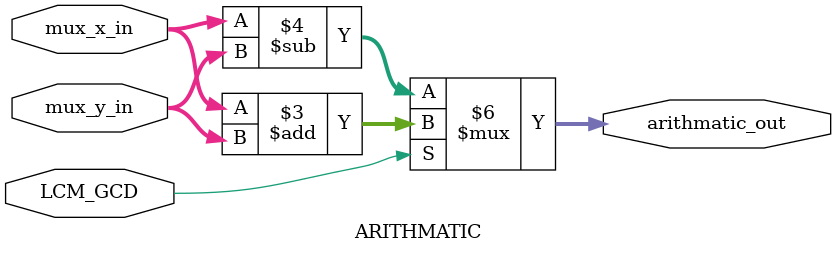
<source format=v>

module ARITHMATIC  
#( 
  // 16 bit from addition and subtraction
  parameter DATA_WIDTH = 16 
 )

( // If LCM_GCD = 1; LCM will be found otherwise GCD
  input LCM_GCD,                                 
  // Output of MUX X. This data will be greater (16 bit)
  input [(DATA_WIDTH-1):0] mux_x_in,              
  // Output of MUX Y. This data will be smaller (16 bit)
  input [(DATA_WIDTH-1):0] mux_y_in,              
  // Result of addition or subtraction. This output will go to MUX_DATA_SELECT (16 bit)
  output reg [(DATA_WIDTH-1):0] arithmatic_out ); 
  
always @ ( * )
begin
	if ( LCM_GCD == 1'b1 )
		// For LCM. It will do addition
		arithmatic_out <= mux_x_in + mux_y_in;   
	else
		// For GCD. It will do subtraction 
		arithmatic_out <= mux_x_in - mux_y_in;   
end

endmodule
</source>
